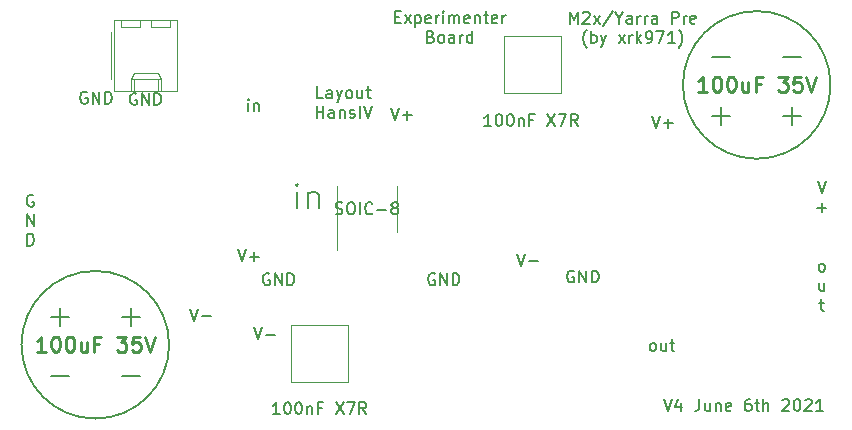
<source format=gbr>
%TF.GenerationSoftware,KiCad,Pcbnew,(5.1.9)-1*%
%TF.CreationDate,2021-06-06T22:50:25+02:00*%
%TF.ProjectId,Yarra_Experimenter,59617272-615f-4457-9870-6572696d656e,rev?*%
%TF.SameCoordinates,Original*%
%TF.FileFunction,Legend,Top*%
%TF.FilePolarity,Positive*%
%FSLAX46Y46*%
G04 Gerber Fmt 4.6, Leading zero omitted, Abs format (unit mm)*
G04 Created by KiCad (PCBNEW (5.1.9)-1) date 2021-06-06 22:50:25*
%MOMM*%
%LPD*%
G01*
G04 APERTURE LIST*
%ADD10C,0.150000*%
%ADD11C,0.120000*%
%ADD12C,0.200000*%
%ADD13C,0.254000*%
G04 APERTURE END LIST*
D10*
X81738095Y-62500000D02*
X81642857Y-62452380D01*
X81500000Y-62452380D01*
X81357142Y-62500000D01*
X81261904Y-62595238D01*
X81214285Y-62690476D01*
X81166666Y-62880952D01*
X81166666Y-63023809D01*
X81214285Y-63214285D01*
X81261904Y-63309523D01*
X81357142Y-63404761D01*
X81500000Y-63452380D01*
X81595238Y-63452380D01*
X81738095Y-63404761D01*
X81785714Y-63357142D01*
X81785714Y-63023809D01*
X81595238Y-63023809D01*
X82214285Y-63452380D02*
X82214285Y-62452380D01*
X82785714Y-63452380D01*
X82785714Y-62452380D01*
X83261904Y-63452380D02*
X83261904Y-62452380D01*
X83500000Y-62452380D01*
X83642857Y-62500000D01*
X83738095Y-62595238D01*
X83785714Y-62690476D01*
X83833333Y-62880952D01*
X83833333Y-63023809D01*
X83785714Y-63214285D01*
X83738095Y-63309523D01*
X83642857Y-63404761D01*
X83500000Y-63452380D01*
X83261904Y-63452380D01*
X107518674Y-62269025D02*
X107423436Y-62221405D01*
X107280579Y-62221405D01*
X107137721Y-62269025D01*
X107042483Y-62364263D01*
X106994864Y-62459501D01*
X106947245Y-62649977D01*
X106947245Y-62792834D01*
X106994864Y-62983310D01*
X107042483Y-63078548D01*
X107137721Y-63173786D01*
X107280579Y-63221405D01*
X107375817Y-63221405D01*
X107518674Y-63173786D01*
X107566293Y-63126167D01*
X107566293Y-62792834D01*
X107375817Y-62792834D01*
X107994864Y-63221405D02*
X107994864Y-62221405D01*
X108566293Y-63221405D01*
X108566293Y-62221405D01*
X109042483Y-63221405D02*
X109042483Y-62221405D01*
X109280579Y-62221405D01*
X109423436Y-62269025D01*
X109518674Y-62364263D01*
X109566293Y-62459501D01*
X109613912Y-62649977D01*
X109613912Y-62792834D01*
X109566293Y-62983310D01*
X109518674Y-63078548D01*
X109423436Y-63173786D01*
X109280579Y-63221405D01*
X109042483Y-63221405D01*
X95738095Y-62500000D02*
X95642857Y-62452380D01*
X95500000Y-62452380D01*
X95357142Y-62500000D01*
X95261904Y-62595238D01*
X95214285Y-62690476D01*
X95166666Y-62880952D01*
X95166666Y-63023809D01*
X95214285Y-63214285D01*
X95261904Y-63309523D01*
X95357142Y-63404761D01*
X95500000Y-63452380D01*
X95595238Y-63452380D01*
X95738095Y-63404761D01*
X95785714Y-63357142D01*
X95785714Y-63023809D01*
X95595238Y-63023809D01*
X96214285Y-63452380D02*
X96214285Y-62452380D01*
X96785714Y-63452380D01*
X96785714Y-62452380D01*
X97261904Y-63452380D02*
X97261904Y-62452380D01*
X97500000Y-62452380D01*
X97642857Y-62500000D01*
X97738095Y-62595238D01*
X97785714Y-62690476D01*
X97833333Y-62880952D01*
X97833333Y-63023809D01*
X97785714Y-63214285D01*
X97738095Y-63309523D01*
X97642857Y-63404761D01*
X97500000Y-63452380D01*
X97261904Y-63452380D01*
X86285714Y-47627380D02*
X85809523Y-47627380D01*
X85809523Y-46627380D01*
X87047619Y-47627380D02*
X87047619Y-47103571D01*
X87000000Y-47008333D01*
X86904761Y-46960714D01*
X86714285Y-46960714D01*
X86619047Y-47008333D01*
X87047619Y-47579761D02*
X86952380Y-47627380D01*
X86714285Y-47627380D01*
X86619047Y-47579761D01*
X86571428Y-47484523D01*
X86571428Y-47389285D01*
X86619047Y-47294047D01*
X86714285Y-47246428D01*
X86952380Y-47246428D01*
X87047619Y-47198809D01*
X87428571Y-46960714D02*
X87666666Y-47627380D01*
X87904761Y-46960714D02*
X87666666Y-47627380D01*
X87571428Y-47865476D01*
X87523809Y-47913095D01*
X87428571Y-47960714D01*
X88428571Y-47627380D02*
X88333333Y-47579761D01*
X88285714Y-47532142D01*
X88238095Y-47436904D01*
X88238095Y-47151190D01*
X88285714Y-47055952D01*
X88333333Y-47008333D01*
X88428571Y-46960714D01*
X88571428Y-46960714D01*
X88666666Y-47008333D01*
X88714285Y-47055952D01*
X88761904Y-47151190D01*
X88761904Y-47436904D01*
X88714285Y-47532142D01*
X88666666Y-47579761D01*
X88571428Y-47627380D01*
X88428571Y-47627380D01*
X89619047Y-46960714D02*
X89619047Y-47627380D01*
X89190476Y-46960714D02*
X89190476Y-47484523D01*
X89238095Y-47579761D01*
X89333333Y-47627380D01*
X89476190Y-47627380D01*
X89571428Y-47579761D01*
X89619047Y-47532142D01*
X89952380Y-46960714D02*
X90333333Y-46960714D01*
X90095238Y-46627380D02*
X90095238Y-47484523D01*
X90142857Y-47579761D01*
X90238095Y-47627380D01*
X90333333Y-47627380D01*
X85738095Y-49277380D02*
X85738095Y-48277380D01*
X85738095Y-48753571D02*
X86309523Y-48753571D01*
X86309523Y-49277380D02*
X86309523Y-48277380D01*
X87214285Y-49277380D02*
X87214285Y-48753571D01*
X87166666Y-48658333D01*
X87071428Y-48610714D01*
X86880952Y-48610714D01*
X86785714Y-48658333D01*
X87214285Y-49229761D02*
X87119047Y-49277380D01*
X86880952Y-49277380D01*
X86785714Y-49229761D01*
X86738095Y-49134523D01*
X86738095Y-49039285D01*
X86785714Y-48944047D01*
X86880952Y-48896428D01*
X87119047Y-48896428D01*
X87214285Y-48848809D01*
X87690476Y-48610714D02*
X87690476Y-49277380D01*
X87690476Y-48705952D02*
X87738095Y-48658333D01*
X87833333Y-48610714D01*
X87976190Y-48610714D01*
X88071428Y-48658333D01*
X88119047Y-48753571D01*
X88119047Y-49277380D01*
X88547619Y-49229761D02*
X88642857Y-49277380D01*
X88833333Y-49277380D01*
X88928571Y-49229761D01*
X88976190Y-49134523D01*
X88976190Y-49086904D01*
X88928571Y-48991666D01*
X88833333Y-48944047D01*
X88690476Y-48944047D01*
X88595238Y-48896428D01*
X88547619Y-48801190D01*
X88547619Y-48753571D01*
X88595238Y-48658333D01*
X88690476Y-48610714D01*
X88833333Y-48610714D01*
X88928571Y-48658333D01*
X89404761Y-49277380D02*
X89404761Y-48277380D01*
X89738095Y-48277380D02*
X90071428Y-49277380D01*
X90404761Y-48277380D01*
X92380952Y-40759571D02*
X92714285Y-40759571D01*
X92857142Y-41283380D02*
X92380952Y-41283380D01*
X92380952Y-40283380D01*
X92857142Y-40283380D01*
X93190476Y-41283380D02*
X93714285Y-40616714D01*
X93190476Y-40616714D02*
X93714285Y-41283380D01*
X94095238Y-40616714D02*
X94095238Y-41616714D01*
X94095238Y-40664333D02*
X94190476Y-40616714D01*
X94380952Y-40616714D01*
X94476190Y-40664333D01*
X94523809Y-40711952D01*
X94571428Y-40807190D01*
X94571428Y-41092904D01*
X94523809Y-41188142D01*
X94476190Y-41235761D01*
X94380952Y-41283380D01*
X94190476Y-41283380D01*
X94095238Y-41235761D01*
X95380952Y-41235761D02*
X95285714Y-41283380D01*
X95095238Y-41283380D01*
X95000000Y-41235761D01*
X94952380Y-41140523D01*
X94952380Y-40759571D01*
X95000000Y-40664333D01*
X95095238Y-40616714D01*
X95285714Y-40616714D01*
X95380952Y-40664333D01*
X95428571Y-40759571D01*
X95428571Y-40854809D01*
X94952380Y-40950047D01*
X95857142Y-41283380D02*
X95857142Y-40616714D01*
X95857142Y-40807190D02*
X95904761Y-40711952D01*
X95952380Y-40664333D01*
X96047619Y-40616714D01*
X96142857Y-40616714D01*
X96476190Y-41283380D02*
X96476190Y-40616714D01*
X96476190Y-40283380D02*
X96428571Y-40331000D01*
X96476190Y-40378619D01*
X96523809Y-40331000D01*
X96476190Y-40283380D01*
X96476190Y-40378619D01*
X96952380Y-41283380D02*
X96952380Y-40616714D01*
X96952380Y-40711952D02*
X97000000Y-40664333D01*
X97095238Y-40616714D01*
X97238095Y-40616714D01*
X97333333Y-40664333D01*
X97380952Y-40759571D01*
X97380952Y-41283380D01*
X97380952Y-40759571D02*
X97428571Y-40664333D01*
X97523809Y-40616714D01*
X97666666Y-40616714D01*
X97761904Y-40664333D01*
X97809523Y-40759571D01*
X97809523Y-41283380D01*
X98666666Y-41235761D02*
X98571428Y-41283380D01*
X98380952Y-41283380D01*
X98285714Y-41235761D01*
X98238095Y-41140523D01*
X98238095Y-40759571D01*
X98285714Y-40664333D01*
X98380952Y-40616714D01*
X98571428Y-40616714D01*
X98666666Y-40664333D01*
X98714285Y-40759571D01*
X98714285Y-40854809D01*
X98238095Y-40950047D01*
X99142857Y-40616714D02*
X99142857Y-41283380D01*
X99142857Y-40711952D02*
X99190476Y-40664333D01*
X99285714Y-40616714D01*
X99428571Y-40616714D01*
X99523809Y-40664333D01*
X99571428Y-40759571D01*
X99571428Y-41283380D01*
X99904761Y-40616714D02*
X100285714Y-40616714D01*
X100047619Y-40283380D02*
X100047619Y-41140523D01*
X100095238Y-41235761D01*
X100190476Y-41283380D01*
X100285714Y-41283380D01*
X101000000Y-41235761D02*
X100904761Y-41283380D01*
X100714285Y-41283380D01*
X100619047Y-41235761D01*
X100571428Y-41140523D01*
X100571428Y-40759571D01*
X100619047Y-40664333D01*
X100714285Y-40616714D01*
X100904761Y-40616714D01*
X101000000Y-40664333D01*
X101047619Y-40759571D01*
X101047619Y-40854809D01*
X100571428Y-40950047D01*
X101476190Y-41283380D02*
X101476190Y-40616714D01*
X101476190Y-40807190D02*
X101523809Y-40711952D01*
X101571428Y-40664333D01*
X101666666Y-40616714D01*
X101761904Y-40616714D01*
X95404761Y-42409571D02*
X95547619Y-42457190D01*
X95595238Y-42504809D01*
X95642857Y-42600047D01*
X95642857Y-42742904D01*
X95595238Y-42838142D01*
X95547619Y-42885761D01*
X95452380Y-42933380D01*
X95071428Y-42933380D01*
X95071428Y-41933380D01*
X95404761Y-41933380D01*
X95500000Y-41981000D01*
X95547619Y-42028619D01*
X95595238Y-42123857D01*
X95595238Y-42219095D01*
X95547619Y-42314333D01*
X95500000Y-42361952D01*
X95404761Y-42409571D01*
X95071428Y-42409571D01*
X96214285Y-42933380D02*
X96119047Y-42885761D01*
X96071428Y-42838142D01*
X96023809Y-42742904D01*
X96023809Y-42457190D01*
X96071428Y-42361952D01*
X96119047Y-42314333D01*
X96214285Y-42266714D01*
X96357142Y-42266714D01*
X96452380Y-42314333D01*
X96500000Y-42361952D01*
X96547619Y-42457190D01*
X96547619Y-42742904D01*
X96500000Y-42838142D01*
X96452380Y-42885761D01*
X96357142Y-42933380D01*
X96214285Y-42933380D01*
X97404761Y-42933380D02*
X97404761Y-42409571D01*
X97357142Y-42314333D01*
X97261904Y-42266714D01*
X97071428Y-42266714D01*
X96976190Y-42314333D01*
X97404761Y-42885761D02*
X97309523Y-42933380D01*
X97071428Y-42933380D01*
X96976190Y-42885761D01*
X96928571Y-42790523D01*
X96928571Y-42695285D01*
X96976190Y-42600047D01*
X97071428Y-42552428D01*
X97309523Y-42552428D01*
X97404761Y-42504809D01*
X97880952Y-42933380D02*
X97880952Y-42266714D01*
X97880952Y-42457190D02*
X97928571Y-42361952D01*
X97976190Y-42314333D01*
X98071428Y-42266714D01*
X98166666Y-42266714D01*
X98928571Y-42933380D02*
X98928571Y-41933380D01*
X98928571Y-42885761D02*
X98833333Y-42933380D01*
X98642857Y-42933380D01*
X98547619Y-42885761D01*
X98500000Y-42838142D01*
X98452380Y-42742904D01*
X98452380Y-42457190D01*
X98500000Y-42361952D01*
X98547619Y-42314333D01*
X98642857Y-42266714D01*
X98833333Y-42266714D01*
X98928571Y-42314333D01*
X79057619Y-60412380D02*
X79390952Y-61412380D01*
X79724285Y-60412380D01*
X80057619Y-61031428D02*
X80819523Y-61031428D01*
X80438571Y-61412380D02*
X80438571Y-60650476D01*
X75047619Y-65452380D02*
X75380952Y-66452380D01*
X75714285Y-65452380D01*
X76047619Y-66071428D02*
X76809523Y-66071428D01*
X61761904Y-55850000D02*
X61666666Y-55802380D01*
X61523809Y-55802380D01*
X61380952Y-55850000D01*
X61285714Y-55945238D01*
X61238095Y-56040476D01*
X61190476Y-56230952D01*
X61190476Y-56373809D01*
X61238095Y-56564285D01*
X61285714Y-56659523D01*
X61380952Y-56754761D01*
X61523809Y-56802380D01*
X61619047Y-56802380D01*
X61761904Y-56754761D01*
X61809523Y-56707142D01*
X61809523Y-56373809D01*
X61619047Y-56373809D01*
X61214285Y-58452380D02*
X61214285Y-57452380D01*
X61785714Y-58452380D01*
X61785714Y-57452380D01*
X61238095Y-60102380D02*
X61238095Y-59102380D01*
X61476190Y-59102380D01*
X61619047Y-59150000D01*
X61714285Y-59245238D01*
X61761904Y-59340476D01*
X61809523Y-59530952D01*
X61809523Y-59673809D01*
X61761904Y-59864285D01*
X61714285Y-59959523D01*
X61619047Y-60054761D01*
X61476190Y-60102380D01*
X61238095Y-60102380D01*
X119238095Y-44142857D02*
X120761904Y-44142857D01*
X125238095Y-44142857D02*
X126761904Y-44142857D01*
X69238095Y-71142857D02*
X70761904Y-71142857D01*
X63238095Y-71142857D02*
X64761904Y-71142857D01*
X119238095Y-49142857D02*
X120761904Y-49142857D01*
X120000000Y-49904761D02*
X120000000Y-48380952D01*
X125238095Y-49142857D02*
X126761904Y-49142857D01*
X126000000Y-49904761D02*
X126000000Y-48380952D01*
X69238095Y-66142857D02*
X70761904Y-66142857D01*
X70000000Y-66904761D02*
X70000000Y-65380952D01*
X63238095Y-66142857D02*
X64761904Y-66142857D01*
X64000000Y-66904761D02*
X64000000Y-65380952D01*
X92047619Y-48452380D02*
X92380952Y-49452380D01*
X92714285Y-48452380D01*
X93047619Y-49071428D02*
X93809523Y-49071428D01*
X93428571Y-49452380D02*
X93428571Y-48690476D01*
X115134285Y-73112380D02*
X115467619Y-74112380D01*
X115800952Y-73112380D01*
X116562857Y-73445714D02*
X116562857Y-74112380D01*
X116324761Y-73064761D02*
X116086666Y-73779047D01*
X116705714Y-73779047D01*
X118134285Y-73112380D02*
X118134285Y-73826666D01*
X118086666Y-73969523D01*
X117991428Y-74064761D01*
X117848571Y-74112380D01*
X117753333Y-74112380D01*
X119039047Y-73445714D02*
X119039047Y-74112380D01*
X118610476Y-73445714D02*
X118610476Y-73969523D01*
X118658095Y-74064761D01*
X118753333Y-74112380D01*
X118896190Y-74112380D01*
X118991428Y-74064761D01*
X119039047Y-74017142D01*
X119515238Y-73445714D02*
X119515238Y-74112380D01*
X119515238Y-73540952D02*
X119562857Y-73493333D01*
X119658095Y-73445714D01*
X119800952Y-73445714D01*
X119896190Y-73493333D01*
X119943809Y-73588571D01*
X119943809Y-74112380D01*
X120800952Y-74064761D02*
X120705714Y-74112380D01*
X120515238Y-74112380D01*
X120420000Y-74064761D01*
X120372380Y-73969523D01*
X120372380Y-73588571D01*
X120420000Y-73493333D01*
X120515238Y-73445714D01*
X120705714Y-73445714D01*
X120800952Y-73493333D01*
X120848571Y-73588571D01*
X120848571Y-73683809D01*
X120372380Y-73779047D01*
X122467619Y-73112380D02*
X122277142Y-73112380D01*
X122181904Y-73160000D01*
X122134285Y-73207619D01*
X122039047Y-73350476D01*
X121991428Y-73540952D01*
X121991428Y-73921904D01*
X122039047Y-74017142D01*
X122086666Y-74064761D01*
X122181904Y-74112380D01*
X122372380Y-74112380D01*
X122467619Y-74064761D01*
X122515238Y-74017142D01*
X122562857Y-73921904D01*
X122562857Y-73683809D01*
X122515238Y-73588571D01*
X122467619Y-73540952D01*
X122372380Y-73493333D01*
X122181904Y-73493333D01*
X122086666Y-73540952D01*
X122039047Y-73588571D01*
X121991428Y-73683809D01*
X122848571Y-73445714D02*
X123229523Y-73445714D01*
X122991428Y-73112380D02*
X122991428Y-73969523D01*
X123039047Y-74064761D01*
X123134285Y-74112380D01*
X123229523Y-74112380D01*
X123562857Y-74112380D02*
X123562857Y-73112380D01*
X123991428Y-74112380D02*
X123991428Y-73588571D01*
X123943809Y-73493333D01*
X123848571Y-73445714D01*
X123705714Y-73445714D01*
X123610476Y-73493333D01*
X123562857Y-73540952D01*
X125181904Y-73207619D02*
X125229523Y-73160000D01*
X125324761Y-73112380D01*
X125562857Y-73112380D01*
X125658095Y-73160000D01*
X125705714Y-73207619D01*
X125753333Y-73302857D01*
X125753333Y-73398095D01*
X125705714Y-73540952D01*
X125134285Y-74112380D01*
X125753333Y-74112380D01*
X126372380Y-73112380D02*
X126467619Y-73112380D01*
X126562857Y-73160000D01*
X126610476Y-73207619D01*
X126658095Y-73302857D01*
X126705714Y-73493333D01*
X126705714Y-73731428D01*
X126658095Y-73921904D01*
X126610476Y-74017142D01*
X126562857Y-74064761D01*
X126467619Y-74112380D01*
X126372380Y-74112380D01*
X126277142Y-74064761D01*
X126229523Y-74017142D01*
X126181904Y-73921904D01*
X126134285Y-73731428D01*
X126134285Y-73493333D01*
X126181904Y-73302857D01*
X126229523Y-73207619D01*
X126277142Y-73160000D01*
X126372380Y-73112380D01*
X127086666Y-73207619D02*
X127134285Y-73160000D01*
X127229523Y-73112380D01*
X127467619Y-73112380D01*
X127562857Y-73160000D01*
X127610476Y-73207619D01*
X127658095Y-73302857D01*
X127658095Y-73398095D01*
X127610476Y-73540952D01*
X127039047Y-74112380D01*
X127658095Y-74112380D01*
X128610476Y-74112380D02*
X128039047Y-74112380D01*
X128324761Y-74112380D02*
X128324761Y-73112380D01*
X128229523Y-73255238D01*
X128134285Y-73350476D01*
X128039047Y-73398095D01*
X107190476Y-41302380D02*
X107190476Y-40302380D01*
X107523809Y-41016666D01*
X107857142Y-40302380D01*
X107857142Y-41302380D01*
X108285714Y-40397619D02*
X108333333Y-40350000D01*
X108428571Y-40302380D01*
X108666666Y-40302380D01*
X108761904Y-40350000D01*
X108809523Y-40397619D01*
X108857142Y-40492857D01*
X108857142Y-40588095D01*
X108809523Y-40730952D01*
X108238095Y-41302380D01*
X108857142Y-41302380D01*
X109190476Y-41302380D02*
X109714285Y-40635714D01*
X109190476Y-40635714D02*
X109714285Y-41302380D01*
X110809523Y-40254761D02*
X109952380Y-41540476D01*
X111333333Y-40826190D02*
X111333333Y-41302380D01*
X111000000Y-40302380D02*
X111333333Y-40826190D01*
X111666666Y-40302380D01*
X112428571Y-41302380D02*
X112428571Y-40778571D01*
X112380952Y-40683333D01*
X112285714Y-40635714D01*
X112095238Y-40635714D01*
X112000000Y-40683333D01*
X112428571Y-41254761D02*
X112333333Y-41302380D01*
X112095238Y-41302380D01*
X112000000Y-41254761D01*
X111952380Y-41159523D01*
X111952380Y-41064285D01*
X112000000Y-40969047D01*
X112095238Y-40921428D01*
X112333333Y-40921428D01*
X112428571Y-40873809D01*
X112904761Y-41302380D02*
X112904761Y-40635714D01*
X112904761Y-40826190D02*
X112952380Y-40730952D01*
X113000000Y-40683333D01*
X113095238Y-40635714D01*
X113190476Y-40635714D01*
X113523809Y-41302380D02*
X113523809Y-40635714D01*
X113523809Y-40826190D02*
X113571428Y-40730952D01*
X113619047Y-40683333D01*
X113714285Y-40635714D01*
X113809523Y-40635714D01*
X114571428Y-41302380D02*
X114571428Y-40778571D01*
X114523809Y-40683333D01*
X114428571Y-40635714D01*
X114238095Y-40635714D01*
X114142857Y-40683333D01*
X114571428Y-41254761D02*
X114476190Y-41302380D01*
X114238095Y-41302380D01*
X114142857Y-41254761D01*
X114095238Y-41159523D01*
X114095238Y-41064285D01*
X114142857Y-40969047D01*
X114238095Y-40921428D01*
X114476190Y-40921428D01*
X114571428Y-40873809D01*
X115809523Y-41302380D02*
X115809523Y-40302380D01*
X116190476Y-40302380D01*
X116285714Y-40350000D01*
X116333333Y-40397619D01*
X116380952Y-40492857D01*
X116380952Y-40635714D01*
X116333333Y-40730952D01*
X116285714Y-40778571D01*
X116190476Y-40826190D01*
X115809523Y-40826190D01*
X116809523Y-41302380D02*
X116809523Y-40635714D01*
X116809523Y-40826190D02*
X116857142Y-40730952D01*
X116904761Y-40683333D01*
X117000000Y-40635714D01*
X117095238Y-40635714D01*
X117809523Y-41254761D02*
X117714285Y-41302380D01*
X117523809Y-41302380D01*
X117428571Y-41254761D01*
X117380952Y-41159523D01*
X117380952Y-40778571D01*
X117428571Y-40683333D01*
X117523809Y-40635714D01*
X117714285Y-40635714D01*
X117809523Y-40683333D01*
X117857142Y-40778571D01*
X117857142Y-40873809D01*
X117380952Y-40969047D01*
X108595238Y-43333333D02*
X108547619Y-43285714D01*
X108452380Y-43142857D01*
X108404761Y-43047619D01*
X108357142Y-42904761D01*
X108309523Y-42666666D01*
X108309523Y-42476190D01*
X108357142Y-42238095D01*
X108404761Y-42095238D01*
X108452380Y-42000000D01*
X108547619Y-41857142D01*
X108595238Y-41809523D01*
X108976190Y-42952380D02*
X108976190Y-41952380D01*
X108976190Y-42333333D02*
X109071428Y-42285714D01*
X109261904Y-42285714D01*
X109357142Y-42333333D01*
X109404761Y-42380952D01*
X109452380Y-42476190D01*
X109452380Y-42761904D01*
X109404761Y-42857142D01*
X109357142Y-42904761D01*
X109261904Y-42952380D01*
X109071428Y-42952380D01*
X108976190Y-42904761D01*
X109785714Y-42285714D02*
X110023809Y-42952380D01*
X110261904Y-42285714D02*
X110023809Y-42952380D01*
X109928571Y-43190476D01*
X109880952Y-43238095D01*
X109785714Y-43285714D01*
X111309523Y-42952380D02*
X111833333Y-42285714D01*
X111309523Y-42285714D02*
X111833333Y-42952380D01*
X112214285Y-42952380D02*
X112214285Y-42285714D01*
X112214285Y-42476190D02*
X112261904Y-42380952D01*
X112309523Y-42333333D01*
X112404761Y-42285714D01*
X112500000Y-42285714D01*
X112833333Y-42952380D02*
X112833333Y-41952380D01*
X112928571Y-42571428D02*
X113214285Y-42952380D01*
X113214285Y-42285714D02*
X112833333Y-42666666D01*
X113690476Y-42952380D02*
X113880952Y-42952380D01*
X113976190Y-42904761D01*
X114023809Y-42857142D01*
X114119047Y-42714285D01*
X114166666Y-42523809D01*
X114166666Y-42142857D01*
X114119047Y-42047619D01*
X114071428Y-42000000D01*
X113976190Y-41952380D01*
X113785714Y-41952380D01*
X113690476Y-42000000D01*
X113642857Y-42047619D01*
X113595238Y-42142857D01*
X113595238Y-42380952D01*
X113642857Y-42476190D01*
X113690476Y-42523809D01*
X113785714Y-42571428D01*
X113976190Y-42571428D01*
X114071428Y-42523809D01*
X114119047Y-42476190D01*
X114166666Y-42380952D01*
X114500000Y-41952380D02*
X115166666Y-41952380D01*
X114738095Y-42952380D01*
X116071428Y-42952380D02*
X115500000Y-42952380D01*
X115785714Y-42952380D02*
X115785714Y-41952380D01*
X115690476Y-42095238D01*
X115595238Y-42190476D01*
X115500000Y-42238095D01*
X116404761Y-43333333D02*
X116452380Y-43285714D01*
X116547619Y-43142857D01*
X116595238Y-43047619D01*
X116642857Y-42904761D01*
X116690476Y-42666666D01*
X116690476Y-42476190D01*
X116642857Y-42238095D01*
X116595238Y-42095238D01*
X116547619Y-42000000D01*
X116452380Y-41857142D01*
X116404761Y-41809523D01*
X102679619Y-60793380D02*
X103012952Y-61793380D01*
X103346285Y-60793380D01*
X103679619Y-61412428D02*
X104441523Y-61412428D01*
X128428571Y-62302380D02*
X128333333Y-62254761D01*
X128285714Y-62207142D01*
X128238095Y-62111904D01*
X128238095Y-61826190D01*
X128285714Y-61730952D01*
X128333333Y-61683333D01*
X128428571Y-61635714D01*
X128571428Y-61635714D01*
X128666666Y-61683333D01*
X128714285Y-61730952D01*
X128761904Y-61826190D01*
X128761904Y-62111904D01*
X128714285Y-62207142D01*
X128666666Y-62254761D01*
X128571428Y-62302380D01*
X128428571Y-62302380D01*
X128714285Y-63285714D02*
X128714285Y-63952380D01*
X128285714Y-63285714D02*
X128285714Y-63809523D01*
X128333333Y-63904761D01*
X128428571Y-63952380D01*
X128571428Y-63952380D01*
X128666666Y-63904761D01*
X128714285Y-63857142D01*
X128309523Y-64935714D02*
X128690476Y-64935714D01*
X128452380Y-64602380D02*
X128452380Y-65459523D01*
X128500000Y-65554761D01*
X128595238Y-65602380D01*
X128690476Y-65602380D01*
X128166666Y-54627380D02*
X128500000Y-55627380D01*
X128833333Y-54627380D01*
X128119047Y-56896428D02*
X128880952Y-56896428D01*
X128500000Y-57277380D02*
X128500000Y-56515476D01*
X84095238Y-56904761D02*
X84095238Y-55571428D01*
X84095238Y-54904761D02*
X84000000Y-55000000D01*
X84095238Y-55095238D01*
X84190476Y-55000000D01*
X84095238Y-54904761D01*
X84095238Y-55095238D01*
X85047619Y-55571428D02*
X85047619Y-56904761D01*
X85047619Y-55761904D02*
X85142857Y-55666666D01*
X85333333Y-55571428D01*
X85619047Y-55571428D01*
X85809523Y-55666666D01*
X85904761Y-55857142D01*
X85904761Y-56904761D01*
D11*
%TO.C,C4*%
X101580000Y-47170000D02*
X101580000Y-42330000D01*
X106420000Y-47170000D02*
X106420000Y-42330000D01*
X101580000Y-47170000D02*
X106420000Y-47170000D01*
X101580000Y-42330000D02*
X106420000Y-42330000D01*
%TO.C,C3*%
X83580000Y-71670000D02*
X83580000Y-66830000D01*
X88420000Y-71670000D02*
X88420000Y-66830000D01*
X83580000Y-71670000D02*
X88420000Y-71670000D01*
X83580000Y-66830000D02*
X88420000Y-66830000D01*
D12*
%TO.C,C1*%
X73250000Y-68500000D02*
G75*
G03*
X73250000Y-68500000I-6250000J0D01*
G01*
%TO.C,C2*%
X129250000Y-46500000D02*
G75*
G03*
X129250000Y-46500000I-6250000J0D01*
G01*
D11*
%TO.C,SOIC-8*%
X92560000Y-57000000D02*
X92560000Y-55050000D01*
X92560000Y-57000000D02*
X92560000Y-58950000D01*
X87440000Y-57000000D02*
X87440000Y-55050000D01*
X87440000Y-57000000D02*
X87440000Y-60450000D01*
%TO.C,GND*%
X68620000Y-40970000D02*
X68620000Y-46990000D01*
X68620000Y-46990000D02*
X73920000Y-46990000D01*
X73920000Y-46990000D02*
X73920000Y-40970000D01*
X73920000Y-40970000D02*
X68620000Y-40970000D01*
X68330000Y-42000000D02*
X68330000Y-46000000D01*
X70000000Y-46990000D02*
X70000000Y-45990000D01*
X70000000Y-45990000D02*
X72540000Y-45990000D01*
X72540000Y-45990000D02*
X72540000Y-46990000D01*
X70000000Y-45990000D02*
X70250000Y-45460000D01*
X70250000Y-45460000D02*
X72290000Y-45460000D01*
X72290000Y-45460000D02*
X72540000Y-45990000D01*
X70250000Y-46990000D02*
X70250000Y-45990000D01*
X72290000Y-46990000D02*
X72290000Y-45990000D01*
X69200000Y-40970000D02*
X69200000Y-41570000D01*
X69200000Y-41570000D02*
X70800000Y-41570000D01*
X70800000Y-41570000D02*
X70800000Y-40970000D01*
X71740000Y-40970000D02*
X71740000Y-41570000D01*
X71740000Y-41570000D02*
X73340000Y-41570000D01*
X73340000Y-41570000D02*
X73340000Y-40970000D01*
%TO.C,C4*%
D10*
X100505047Y-49982380D02*
X99933619Y-49982380D01*
X100219333Y-49982380D02*
X100219333Y-48982380D01*
X100124095Y-49125238D01*
X100028857Y-49220476D01*
X99933619Y-49268095D01*
X101124095Y-48982380D02*
X101219333Y-48982380D01*
X101314571Y-49030000D01*
X101362190Y-49077619D01*
X101409809Y-49172857D01*
X101457428Y-49363333D01*
X101457428Y-49601428D01*
X101409809Y-49791904D01*
X101362190Y-49887142D01*
X101314571Y-49934761D01*
X101219333Y-49982380D01*
X101124095Y-49982380D01*
X101028857Y-49934761D01*
X100981238Y-49887142D01*
X100933619Y-49791904D01*
X100886000Y-49601428D01*
X100886000Y-49363333D01*
X100933619Y-49172857D01*
X100981238Y-49077619D01*
X101028857Y-49030000D01*
X101124095Y-48982380D01*
X102076476Y-48982380D02*
X102171714Y-48982380D01*
X102266952Y-49030000D01*
X102314571Y-49077619D01*
X102362190Y-49172857D01*
X102409809Y-49363333D01*
X102409809Y-49601428D01*
X102362190Y-49791904D01*
X102314571Y-49887142D01*
X102266952Y-49934761D01*
X102171714Y-49982380D01*
X102076476Y-49982380D01*
X101981238Y-49934761D01*
X101933619Y-49887142D01*
X101886000Y-49791904D01*
X101838380Y-49601428D01*
X101838380Y-49363333D01*
X101886000Y-49172857D01*
X101933619Y-49077619D01*
X101981238Y-49030000D01*
X102076476Y-48982380D01*
X102838380Y-49315714D02*
X102838380Y-49982380D01*
X102838380Y-49410952D02*
X102886000Y-49363333D01*
X102981238Y-49315714D01*
X103124095Y-49315714D01*
X103219333Y-49363333D01*
X103266952Y-49458571D01*
X103266952Y-49982380D01*
X104076476Y-49458571D02*
X103743142Y-49458571D01*
X103743142Y-49982380D02*
X103743142Y-48982380D01*
X104219333Y-48982380D01*
X105266952Y-48982380D02*
X105933619Y-49982380D01*
X105933619Y-48982380D02*
X105266952Y-49982380D01*
X106219333Y-48982380D02*
X106886000Y-48982380D01*
X106457428Y-49982380D01*
X107838380Y-49982380D02*
X107505047Y-49506190D01*
X107266952Y-49982380D02*
X107266952Y-48982380D01*
X107647904Y-48982380D01*
X107743142Y-49030000D01*
X107790761Y-49077619D01*
X107838380Y-49172857D01*
X107838380Y-49315714D01*
X107790761Y-49410952D01*
X107743142Y-49458571D01*
X107647904Y-49506190D01*
X107266952Y-49506190D01*
%TO.C,C3*%
X82598047Y-74366380D02*
X82026619Y-74366380D01*
X82312333Y-74366380D02*
X82312333Y-73366380D01*
X82217095Y-73509238D01*
X82121857Y-73604476D01*
X82026619Y-73652095D01*
X83217095Y-73366380D02*
X83312333Y-73366380D01*
X83407571Y-73414000D01*
X83455190Y-73461619D01*
X83502809Y-73556857D01*
X83550428Y-73747333D01*
X83550428Y-73985428D01*
X83502809Y-74175904D01*
X83455190Y-74271142D01*
X83407571Y-74318761D01*
X83312333Y-74366380D01*
X83217095Y-74366380D01*
X83121857Y-74318761D01*
X83074238Y-74271142D01*
X83026619Y-74175904D01*
X82979000Y-73985428D01*
X82979000Y-73747333D01*
X83026619Y-73556857D01*
X83074238Y-73461619D01*
X83121857Y-73414000D01*
X83217095Y-73366380D01*
X84169476Y-73366380D02*
X84264714Y-73366380D01*
X84359952Y-73414000D01*
X84407571Y-73461619D01*
X84455190Y-73556857D01*
X84502809Y-73747333D01*
X84502809Y-73985428D01*
X84455190Y-74175904D01*
X84407571Y-74271142D01*
X84359952Y-74318761D01*
X84264714Y-74366380D01*
X84169476Y-74366380D01*
X84074238Y-74318761D01*
X84026619Y-74271142D01*
X83979000Y-74175904D01*
X83931380Y-73985428D01*
X83931380Y-73747333D01*
X83979000Y-73556857D01*
X84026619Y-73461619D01*
X84074238Y-73414000D01*
X84169476Y-73366380D01*
X84931380Y-73699714D02*
X84931380Y-74366380D01*
X84931380Y-73794952D02*
X84979000Y-73747333D01*
X85074238Y-73699714D01*
X85217095Y-73699714D01*
X85312333Y-73747333D01*
X85359952Y-73842571D01*
X85359952Y-74366380D01*
X86169476Y-73842571D02*
X85836142Y-73842571D01*
X85836142Y-74366380D02*
X85836142Y-73366380D01*
X86312333Y-73366380D01*
X87359952Y-73366380D02*
X88026619Y-74366380D01*
X88026619Y-73366380D02*
X87359952Y-74366380D01*
X88312333Y-73366380D02*
X88979000Y-73366380D01*
X88550428Y-74366380D01*
X89931380Y-74366380D02*
X89598047Y-73890190D01*
X89359952Y-74366380D02*
X89359952Y-73366380D01*
X89740904Y-73366380D01*
X89836142Y-73414000D01*
X89883761Y-73461619D01*
X89931380Y-73556857D01*
X89931380Y-73699714D01*
X89883761Y-73794952D01*
X89836142Y-73842571D01*
X89740904Y-73890190D01*
X89359952Y-73890190D01*
%TO.C,C1*%
D13*
X62796904Y-69074523D02*
X62071190Y-69074523D01*
X62434047Y-69074523D02*
X62434047Y-67804523D01*
X62313095Y-67985952D01*
X62192142Y-68106904D01*
X62071190Y-68167380D01*
X63583095Y-67804523D02*
X63704047Y-67804523D01*
X63825000Y-67865000D01*
X63885476Y-67925476D01*
X63945952Y-68046428D01*
X64006428Y-68288333D01*
X64006428Y-68590714D01*
X63945952Y-68832619D01*
X63885476Y-68953571D01*
X63825000Y-69014047D01*
X63704047Y-69074523D01*
X63583095Y-69074523D01*
X63462142Y-69014047D01*
X63401666Y-68953571D01*
X63341190Y-68832619D01*
X63280714Y-68590714D01*
X63280714Y-68288333D01*
X63341190Y-68046428D01*
X63401666Y-67925476D01*
X63462142Y-67865000D01*
X63583095Y-67804523D01*
X64792619Y-67804523D02*
X64913571Y-67804523D01*
X65034523Y-67865000D01*
X65095000Y-67925476D01*
X65155476Y-68046428D01*
X65215952Y-68288333D01*
X65215952Y-68590714D01*
X65155476Y-68832619D01*
X65095000Y-68953571D01*
X65034523Y-69014047D01*
X64913571Y-69074523D01*
X64792619Y-69074523D01*
X64671666Y-69014047D01*
X64611190Y-68953571D01*
X64550714Y-68832619D01*
X64490238Y-68590714D01*
X64490238Y-68288333D01*
X64550714Y-68046428D01*
X64611190Y-67925476D01*
X64671666Y-67865000D01*
X64792619Y-67804523D01*
X66304523Y-68227857D02*
X66304523Y-69074523D01*
X65760238Y-68227857D02*
X65760238Y-68893095D01*
X65820714Y-69014047D01*
X65941666Y-69074523D01*
X66123095Y-69074523D01*
X66244047Y-69014047D01*
X66304523Y-68953571D01*
X67332619Y-68409285D02*
X66909285Y-68409285D01*
X66909285Y-69074523D02*
X66909285Y-67804523D01*
X67514047Y-67804523D01*
X68844523Y-67804523D02*
X69630714Y-67804523D01*
X69207380Y-68288333D01*
X69388809Y-68288333D01*
X69509761Y-68348809D01*
X69570238Y-68409285D01*
X69630714Y-68530238D01*
X69630714Y-68832619D01*
X69570238Y-68953571D01*
X69509761Y-69014047D01*
X69388809Y-69074523D01*
X69025952Y-69074523D01*
X68905000Y-69014047D01*
X68844523Y-68953571D01*
X70779761Y-67804523D02*
X70175000Y-67804523D01*
X70114523Y-68409285D01*
X70175000Y-68348809D01*
X70295952Y-68288333D01*
X70598333Y-68288333D01*
X70719285Y-68348809D01*
X70779761Y-68409285D01*
X70840238Y-68530238D01*
X70840238Y-68832619D01*
X70779761Y-68953571D01*
X70719285Y-69014047D01*
X70598333Y-69074523D01*
X70295952Y-69074523D01*
X70175000Y-69014047D01*
X70114523Y-68953571D01*
X71203095Y-67804523D02*
X71626428Y-69074523D01*
X72049761Y-67804523D01*
%TO.C,C2*%
X118796904Y-47074523D02*
X118071190Y-47074523D01*
X118434047Y-47074523D02*
X118434047Y-45804523D01*
X118313095Y-45985952D01*
X118192142Y-46106904D01*
X118071190Y-46167380D01*
X119583095Y-45804523D02*
X119704047Y-45804523D01*
X119825000Y-45865000D01*
X119885476Y-45925476D01*
X119945952Y-46046428D01*
X120006428Y-46288333D01*
X120006428Y-46590714D01*
X119945952Y-46832619D01*
X119885476Y-46953571D01*
X119825000Y-47014047D01*
X119704047Y-47074523D01*
X119583095Y-47074523D01*
X119462142Y-47014047D01*
X119401666Y-46953571D01*
X119341190Y-46832619D01*
X119280714Y-46590714D01*
X119280714Y-46288333D01*
X119341190Y-46046428D01*
X119401666Y-45925476D01*
X119462142Y-45865000D01*
X119583095Y-45804523D01*
X120792619Y-45804523D02*
X120913571Y-45804523D01*
X121034523Y-45865000D01*
X121095000Y-45925476D01*
X121155476Y-46046428D01*
X121215952Y-46288333D01*
X121215952Y-46590714D01*
X121155476Y-46832619D01*
X121095000Y-46953571D01*
X121034523Y-47014047D01*
X120913571Y-47074523D01*
X120792619Y-47074523D01*
X120671666Y-47014047D01*
X120611190Y-46953571D01*
X120550714Y-46832619D01*
X120490238Y-46590714D01*
X120490238Y-46288333D01*
X120550714Y-46046428D01*
X120611190Y-45925476D01*
X120671666Y-45865000D01*
X120792619Y-45804523D01*
X122304523Y-46227857D02*
X122304523Y-47074523D01*
X121760238Y-46227857D02*
X121760238Y-46893095D01*
X121820714Y-47014047D01*
X121941666Y-47074523D01*
X122123095Y-47074523D01*
X122244047Y-47014047D01*
X122304523Y-46953571D01*
X123332619Y-46409285D02*
X122909285Y-46409285D01*
X122909285Y-47074523D02*
X122909285Y-45804523D01*
X123514047Y-45804523D01*
X124844523Y-45804523D02*
X125630714Y-45804523D01*
X125207380Y-46288333D01*
X125388809Y-46288333D01*
X125509761Y-46348809D01*
X125570238Y-46409285D01*
X125630714Y-46530238D01*
X125630714Y-46832619D01*
X125570238Y-46953571D01*
X125509761Y-47014047D01*
X125388809Y-47074523D01*
X125025952Y-47074523D01*
X124905000Y-47014047D01*
X124844523Y-46953571D01*
X126779761Y-45804523D02*
X126175000Y-45804523D01*
X126114523Y-46409285D01*
X126175000Y-46348809D01*
X126295952Y-46288333D01*
X126598333Y-46288333D01*
X126719285Y-46348809D01*
X126779761Y-46409285D01*
X126840238Y-46530238D01*
X126840238Y-46832619D01*
X126779761Y-46953571D01*
X126719285Y-47014047D01*
X126598333Y-47074523D01*
X126295952Y-47074523D01*
X126175000Y-47014047D01*
X126114523Y-46953571D01*
X127203095Y-45804523D02*
X127626428Y-47074523D01*
X128049761Y-45804523D01*
%TO.C,SOIC-8*%
D10*
X87357142Y-57404761D02*
X87500000Y-57452380D01*
X87738095Y-57452380D01*
X87833333Y-57404761D01*
X87880952Y-57357142D01*
X87928571Y-57261904D01*
X87928571Y-57166666D01*
X87880952Y-57071428D01*
X87833333Y-57023809D01*
X87738095Y-56976190D01*
X87547619Y-56928571D01*
X87452380Y-56880952D01*
X87404761Y-56833333D01*
X87357142Y-56738095D01*
X87357142Y-56642857D01*
X87404761Y-56547619D01*
X87452380Y-56500000D01*
X87547619Y-56452380D01*
X87785714Y-56452380D01*
X87928571Y-56500000D01*
X88547619Y-56452380D02*
X88738095Y-56452380D01*
X88833333Y-56500000D01*
X88928571Y-56595238D01*
X88976190Y-56785714D01*
X88976190Y-57119047D01*
X88928571Y-57309523D01*
X88833333Y-57404761D01*
X88738095Y-57452380D01*
X88547619Y-57452380D01*
X88452380Y-57404761D01*
X88357142Y-57309523D01*
X88309523Y-57119047D01*
X88309523Y-56785714D01*
X88357142Y-56595238D01*
X88452380Y-56500000D01*
X88547619Y-56452380D01*
X89404761Y-57452380D02*
X89404761Y-56452380D01*
X90452380Y-57357142D02*
X90404761Y-57404761D01*
X90261904Y-57452380D01*
X90166666Y-57452380D01*
X90023809Y-57404761D01*
X89928571Y-57309523D01*
X89880952Y-57214285D01*
X89833333Y-57023809D01*
X89833333Y-56880952D01*
X89880952Y-56690476D01*
X89928571Y-56595238D01*
X90023809Y-56500000D01*
X90166666Y-56452380D01*
X90261904Y-56452380D01*
X90404761Y-56500000D01*
X90452380Y-56547619D01*
X90880952Y-57071428D02*
X91642857Y-57071428D01*
X92261904Y-56880952D02*
X92166666Y-56833333D01*
X92119047Y-56785714D01*
X92071428Y-56690476D01*
X92071428Y-56642857D01*
X92119047Y-56547619D01*
X92166666Y-56500000D01*
X92261904Y-56452380D01*
X92452380Y-56452380D01*
X92547619Y-56500000D01*
X92595238Y-56547619D01*
X92642857Y-56642857D01*
X92642857Y-56690476D01*
X92595238Y-56785714D01*
X92547619Y-56833333D01*
X92452380Y-56880952D01*
X92261904Y-56880952D01*
X92166666Y-56928571D01*
X92119047Y-56976190D01*
X92071428Y-57071428D01*
X92071428Y-57261904D01*
X92119047Y-57357142D01*
X92166666Y-57404761D01*
X92261904Y-57452380D01*
X92452380Y-57452380D01*
X92547619Y-57404761D01*
X92595238Y-57357142D01*
X92642857Y-57261904D01*
X92642857Y-57071428D01*
X92595238Y-56976190D01*
X92547619Y-56928571D01*
X92452380Y-56880952D01*
%TO.C,H5*%
X66294095Y-47125000D02*
X66198857Y-47077380D01*
X66056000Y-47077380D01*
X65913142Y-47125000D01*
X65817904Y-47220238D01*
X65770285Y-47315476D01*
X65722666Y-47505952D01*
X65722666Y-47648809D01*
X65770285Y-47839285D01*
X65817904Y-47934523D01*
X65913142Y-48029761D01*
X66056000Y-48077380D01*
X66151238Y-48077380D01*
X66294095Y-48029761D01*
X66341714Y-47982142D01*
X66341714Y-47648809D01*
X66151238Y-47648809D01*
X66770285Y-48077380D02*
X66770285Y-47077380D01*
X67341714Y-48077380D01*
X67341714Y-47077380D01*
X67817904Y-48077380D02*
X67817904Y-47077380D01*
X68056000Y-47077380D01*
X68198857Y-47125000D01*
X68294095Y-47220238D01*
X68341714Y-47315476D01*
X68389333Y-47505952D01*
X68389333Y-47648809D01*
X68341714Y-47839285D01*
X68294095Y-47934523D01*
X68198857Y-48029761D01*
X68056000Y-48077380D01*
X67817904Y-48077380D01*
%TO.C,H1*%
X114109619Y-49109380D02*
X114442952Y-50109380D01*
X114776285Y-49109380D01*
X115109619Y-49728428D02*
X115871523Y-49728428D01*
X115490571Y-50109380D02*
X115490571Y-49347476D01*
%TO.C,H2*%
X80454619Y-67016380D02*
X80787952Y-68016380D01*
X81121285Y-67016380D01*
X81454619Y-67635428D02*
X82216523Y-67635428D01*
%TO.C,H3*%
X79938619Y-48712380D02*
X79938619Y-48045714D01*
X79938619Y-47712380D02*
X79891000Y-47760000D01*
X79938619Y-47807619D01*
X79986238Y-47760000D01*
X79938619Y-47712380D01*
X79938619Y-47807619D01*
X80414809Y-48045714D02*
X80414809Y-48712380D01*
X80414809Y-48140952D02*
X80462428Y-48093333D01*
X80557666Y-48045714D01*
X80700523Y-48045714D01*
X80795761Y-48093333D01*
X80843380Y-48188571D01*
X80843380Y-48712380D01*
%TO.C,H4*%
X114125476Y-69032380D02*
X114030238Y-68984761D01*
X113982619Y-68937142D01*
X113935000Y-68841904D01*
X113935000Y-68556190D01*
X113982619Y-68460952D01*
X114030238Y-68413333D01*
X114125476Y-68365714D01*
X114268333Y-68365714D01*
X114363571Y-68413333D01*
X114411190Y-68460952D01*
X114458809Y-68556190D01*
X114458809Y-68841904D01*
X114411190Y-68937142D01*
X114363571Y-68984761D01*
X114268333Y-69032380D01*
X114125476Y-69032380D01*
X115315952Y-68365714D02*
X115315952Y-69032380D01*
X114887380Y-68365714D02*
X114887380Y-68889523D01*
X114935000Y-68984761D01*
X115030238Y-69032380D01*
X115173095Y-69032380D01*
X115268333Y-68984761D01*
X115315952Y-68937142D01*
X115649285Y-68365714D02*
X116030238Y-68365714D01*
X115792142Y-68032380D02*
X115792142Y-68889523D01*
X115839761Y-68984761D01*
X115935000Y-69032380D01*
X116030238Y-69032380D01*
%TO.C,GND*%
X70485095Y-47252000D02*
X70389857Y-47204380D01*
X70247000Y-47204380D01*
X70104142Y-47252000D01*
X70008904Y-47347238D01*
X69961285Y-47442476D01*
X69913666Y-47632952D01*
X69913666Y-47775809D01*
X69961285Y-47966285D01*
X70008904Y-48061523D01*
X70104142Y-48156761D01*
X70247000Y-48204380D01*
X70342238Y-48204380D01*
X70485095Y-48156761D01*
X70532714Y-48109142D01*
X70532714Y-47775809D01*
X70342238Y-47775809D01*
X70961285Y-48204380D02*
X70961285Y-47204380D01*
X71532714Y-48204380D01*
X71532714Y-47204380D01*
X72008904Y-48204380D02*
X72008904Y-47204380D01*
X72247000Y-47204380D01*
X72389857Y-47252000D01*
X72485095Y-47347238D01*
X72532714Y-47442476D01*
X72580333Y-47632952D01*
X72580333Y-47775809D01*
X72532714Y-47966285D01*
X72485095Y-48061523D01*
X72389857Y-48156761D01*
X72247000Y-48204380D01*
X72008904Y-48204380D01*
%TD*%
M02*

</source>
